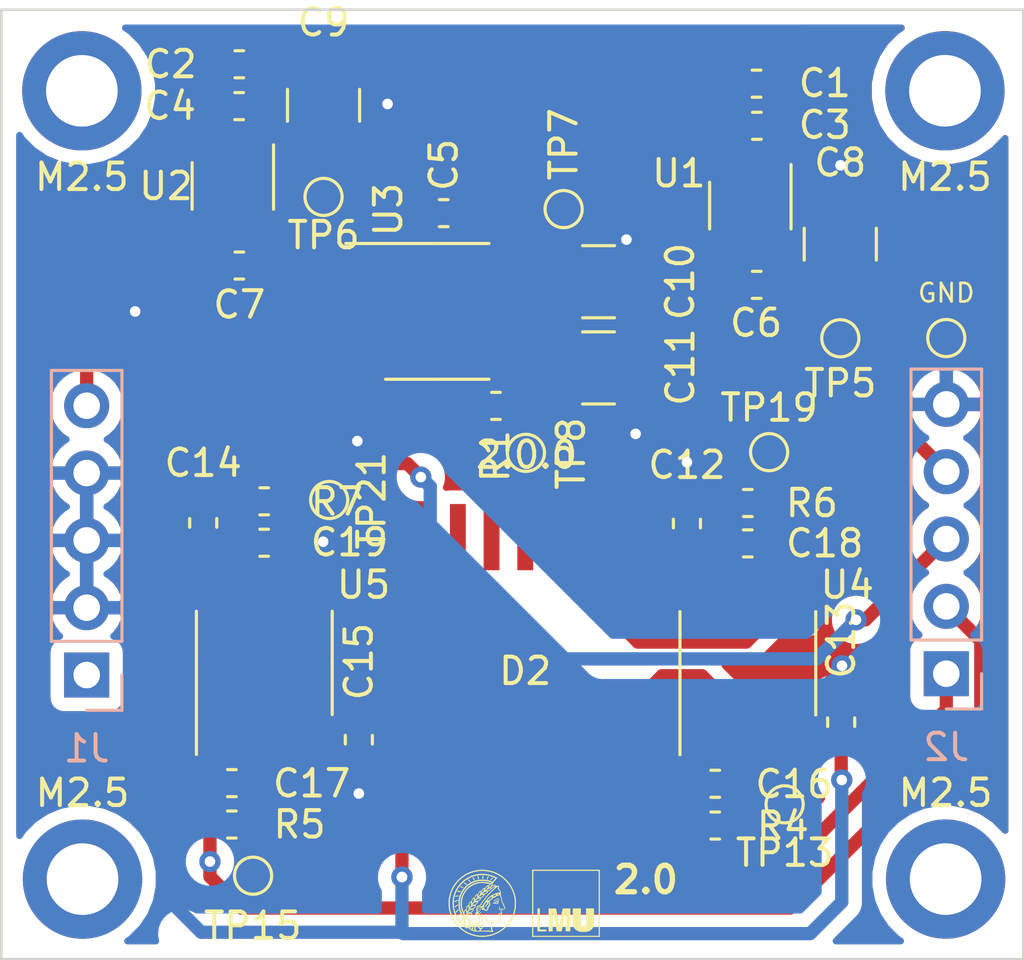
<source format=kicad_pcb>
(kicad_pcb (version 20171130) (host pcbnew 5.1.5)
  (layers (0 F.Cu signal) (1 In1.Cu power) (2 In2.Cu power) (31 B.Cu signal) (34 B.Paste user) (35 F.Paste user) (36 B.SilkS user) (37 F.SilkS user) (38 B.Mask user) (39 F.Mask user) (44 Edge.Cuts user))
  (net 0 "")
  (net 1 GND)
  (net 2 "Net-(C6-Pad1)")
  (net 3 /-X1)
  (net 4 /-Y1)
  (net 5 "Net-(C16-Pad2)")
  (net 6 /-Y2)
  (net 7 /-X2)
  (net 8 "Net-(C17-Pad2)")
  (net 9 "Net-(U3-Pad1)")
  (net 10 "Net-(U3-Pad3)")
  (net 11 "Net-(U3-Pad5)")
  (net 12 "Net-(U3-Pad7)")
  (net 13 "Net-(U3-Pad8)")
  (net 14 "Net-(C11-Pad1)")
  (net 15 "Net-(C18-Pad2)")
  (net 16 "Net-(C19-Pad2)")
  (net 17 +5V)
  (net 18 "Net-(C7-Pad2)")
  (net 19 -5V)
  (net 20 "Net-(C10-Pad1)")
  (net 21 -12V)
  (net 22 +12V)
  (module Package_SO:SOIC-8_3.9x4.9mm_P1.27mm (layer F.Cu) (at 173.2647 139.1543 90)
    (fp_text reference U4 (at 2.9595 3.7479 180) (layer F.SilkS))
    (fp_text value OPA2197xD)
    (pad 8 smd roundrect (at 2.475 -1.905 90) (size 1.95 0.6) (layers F.Cu F.Paste F.Mask) (net 17 +5V))
    (pad 7 smd roundrect (at 2.475 -0.635 90) (size 1.95 0.6) (layers F.Cu F.Paste F.Mask) (net 6 /-Y2))
    (pad 6 smd roundrect (at 2.475 0.635 90) (size 1.95 0.6) (layers F.Cu F.Paste F.Mask) (net 15 "Net-(C18-Pad2)"))
    (pad 5 smd roundrect (at 2.475 1.905 90) (size 1.95 0.6) (layers F.Cu F.Paste F.Mask) (net 1 GND))
    (pad 4 smd roundrect (at -2.475 1.905 90) (size 1.95 0.6) (layers F.Cu F.Paste F.Mask) (net 19 -5V))
    (pad 3 smd roundrect (at -2.475 0.635 90) (size 1.95 0.6) (layers F.Cu F.Paste F.Mask) (net 1 GND))
    (pad 2 smd roundrect (at -2.475 -0.635 90) (size 1.95 0.6) (layers F.Cu F.Paste F.Mask) (net 5 "Net-(C16-Pad2)"))
    (pad 1 smd roundrect (at -2.475 -1.905 90) (size 1.95 0.6) (layers F.Cu F.Paste F.Mask) (net 3 /-X1))
  )
  (module Common:mpq_lmu_logo (layer F.Cu) (at 164.8714 148.209)
    (fp_text reference G*** hide)
    (fp_text value LOGO hide)
  )
  (module TestPoint:TestPoint_Pad_D1.0mm (layer F.Cu) (at 180.7464 126.8857 270)
    (fp_text reference GND (at -1.7 0 180) (layer F.SilkS) (effects (font (size 0.7 0.7) (thickness 0.1))))
    (fp_text value GND)
    (pad 1 smd circle (at 0 0 270) (size 1 1) (layers F.Cu F.Mask) (net 1 GND))
  )
  (module MountingHole:MountingHole_2.7mm_M2.5_ISO7380_Pad (layer F.Cu) (at 180.6956 117.5574 180)
    (fp_text reference M2.5 (at 0 -3.25) (layer F.SilkS))
    (fp_text value MountingHole_2.7mm_M2.5_ISO7380_Pad)
    (pad 1 thru_hole circle (at 0 0 180) (size 4.5 4.5) (drill 2.7) (layers *.Cu *.Mask))
  )
  (module MountingHole:MountingHole_2.7mm_M2.5_ISO7380_Pad (layer F.Cu) (at 148.1542 117.5596 180)
    (fp_text reference M2.5 (at 0 -3.25) (layer F.SilkS))
    (fp_text value MountingHole_2.7mm_M2.5_ISO7380_Pad)
    (pad 1 thru_hole circle (at 0 0 180) (size 4.5 4.5) (drill 2.7) (layers *.Cu *.Mask))
  )
  (module MountingHole:MountingHole_2.7mm_M2.5_ISO7380_Pad (layer F.Cu) (at 148.1796 147.2968)
    (fp_text reference M2.5 (at 0 -3.25) (layer F.SilkS))
    (fp_text value MountingHole_2.7mm_M2.5_ISO7380_Pad)
    (pad 1 thru_hole circle (at 0 0) (size 4.5 4.5) (drill 2.7) (layers *.Cu *.Mask))
  )
  (module MountingHole:MountingHole_2.7mm_M2.5_ISO7380_Pad (layer F.Cu) (at 180.721 147.2946)
    (fp_text reference M2.5 (at 0 -3.25) (layer F.SilkS))
    (fp_text value MountingHole_2.7mm_M2.5_ISO7380_Pad)
    (pad 1 thru_hole circle (at 0 0) (size 4.5 4.5) (drill 2.7) (layers *.Cu *.Mask))
  )
  (module Capacitor_SMD:C_1210_3225Metric (layer F.Cu) (at 167.636 124.761)
    (fp_text reference C10 (at 3.0772 -0.0078 270) (layer F.SilkS))
    (fp_text value 10u)
    (pad 2 smd roundrect (at 1.4 0) (size 1.25 2.65) (layers F.Cu F.Paste F.Mask) (roundrect_rratio 0.2) (net 1 GND))
    (pad 1 smd roundrect (at -1.4 0) (size 1.25 2.65) (layers F.Cu F.Paste F.Mask) (roundrect_rratio 0.2) (net 20 "Net-(C10-Pad1)"))
  )
  (module Capacitor_SMD:C_1210_3225Metric (layer F.Cu) (at 167.633 128.0122)
    (fp_text reference C11 (at 3.0899 -0.0305 270) (layer F.SilkS))
    (fp_text value 22u)
    (pad 2 smd roundrect (at 1.4 0) (size 1.25 2.65) (layers F.Cu F.Paste F.Mask) (roundrect_rratio 0.2) (net 1 GND))
    (pad 1 smd roundrect (at -1.4 0) (size 1.25 2.65) (layers F.Cu F.Paste F.Mask) (roundrect_rratio 0.2) (net 14 "Net-(C11-Pad1)"))
  )
  (module Capacitor_SMD:C_1210_3225Metric (layer F.Cu) (at 157.2672 118.106 270)
    (fp_text reference C9 (at -3.1242 0 180) (layer F.SilkS))
    (fp_text value 22u)
    (pad 2 smd roundrect (at 1.4 0 270) (size 1.25 2.65) (layers F.Cu F.Paste F.Mask) (roundrect_rratio 0.2) (net 19 -5V))
    (pad 1 smd roundrect (at -1.4 0 270) (size 1.25 2.65) (layers F.Cu F.Paste F.Mask) (roundrect_rratio 0.2) (net 1 GND))
  )
  (module Capacitor_SMD:C_1210_3225Metric (layer F.Cu) (at 176.749 123.344 90)
    (fp_text reference C8 (at 3.0734 0 180) (layer F.SilkS))
    (fp_text value 22u)
    (pad 2 smd roundrect (at 1.4 0 90) (size 1.25 2.65) (layers F.Cu F.Paste F.Mask) (roundrect_rratio 0.2) (net 1 GND))
    (pad 1 smd roundrect (at -1.4 0 90) (size 1.25 2.65) (layers F.Cu F.Paste F.Mask) (roundrect_rratio 0.2) (net 17 +5V))
  )
  (module Common:S5990 (layer F.Cu) (at 164.8714 139.446 180)
    (fp_text reference D2 (at 0 0) (layer F.SilkS))
    (fp_text value S599x)
    (pad 10 smd rect (at -2.54 5.05) (size 0.6 2.5) (layers F.Cu F.Paste F.Mask) (net 15 "Net-(C18-Pad2)"))
    (pad 9 smd rect (at -1.27 5.05) (size 0.6 2.5) (layers F.Cu F.Paste F.Mask))
    (pad 8 smd rect (at 0 5.05) (size 0.6 2.5) (layers F.Cu F.Paste F.Mask) (net 14 "Net-(C11-Pad1)"))
    (pad 7 smd rect (at 1.27 5.05) (size 0.6 2.5) (layers F.Cu F.Paste F.Mask))
    (pad 6 smd rect (at 2.54 5.05) (size 0.6 2.5) (layers F.Cu F.Paste F.Mask) (net 16 "Net-(C19-Pad2)"))
    (pad 5 smd rect (at 2.54 -5.05) (size 0.6 2.5) (layers F.Cu F.Paste F.Mask) (net 8 "Net-(C17-Pad2)"))
    (pad 4 smd rect (at 1.27 -5.05) (size 0.6 2.5) (layers F.Cu F.Paste F.Mask))
    (pad 3 smd rect (at 0 -4.55) (size 0.6 3.5) (layers F.Cu F.Paste F.Mask))
    (pad 2 smd rect (at -1.27 -5.05) (size 0.6 2.5) (layers F.Cu F.Paste F.Mask))
    (pad 1 smd rect (at -2.54 -5.05) (size 0.6 2.5) (layers F.Cu F.Paste F.Mask) (net 5 "Net-(C16-Pad2)"))
  )
  (module Connector_PinSocket_2.54mm:PinSocket_1x05_P2.54mm_Vertical (layer B.Cu) (at 180.7464 139.5476)
    (fp_text reference J2 (at 0 2.77) (layer B.SilkS) (effects (justify mirror)))
    (fp_text value Conn_01x05_Male)
    (pad 5 thru_hole oval (at 0 -10.16) (size 1.7 1.7) (drill 1) (layers *.Cu *.Mask) (net 1 GND))
    (pad 4 thru_hole oval (at 0 -7.62) (size 1.7 1.7) (drill 1) (layers *.Cu *.Mask) (net 6 /-Y2))
    (pad 3 thru_hole oval (at 0 -5.08) (size 1.7 1.7) (drill 1) (layers *.Cu *.Mask) (net 7 /-X2))
    (pad 2 thru_hole oval (at 0 -2.54) (size 1.7 1.7) (drill 1) (layers *.Cu *.Mask) (net 4 /-Y1))
    (pad 1 thru_hole rect (at 0 0) (size 1.7 1.7) (drill 1) (layers *.Cu *.Mask) (net 3 /-X1))
  )
  (module Connector_PinSocket_2.54mm:PinSocket_1x05_P2.54mm_Vertical (layer B.Cu) (at 148.336 139.5984)
    (fp_text reference J1 (at 0 2.77) (layer B.SilkS) (effects (justify mirror)))
    (fp_text value Conn_01x05_Male)
    (pad 5 thru_hole oval (at 0 -10.16) (size 1.7 1.7) (drill 1) (layers *.Cu *.Mask) (net 21 -12V))
    (pad 4 thru_hole oval (at 0 -7.62) (size 1.7 1.7) (drill 1) (layers *.Cu *.Mask) (net 1 GND))
    (pad 3 thru_hole oval (at 0 -5.08) (size 1.7 1.7) (drill 1) (layers *.Cu *.Mask) (net 1 GND))
    (pad 2 thru_hole oval (at 0 -2.54) (size 1.7 1.7) (drill 1) (layers *.Cu *.Mask) (net 1 GND))
    (pad 1 thru_hole rect (at 0 0) (size 1.7 1.7) (drill 1) (layers *.Cu *.Mask) (net 22 +12V))
  )
  (module TestPoint:TestPoint_Pad_D1.0mm (layer F.Cu) (at 157.48 132.9944)
    (fp_text reference TP21 (at 1.6002 0.0254 270) (layer F.SilkS))
    (fp_text value I2)
    (pad 1 smd circle (at 0 0) (size 1 1) (layers F.Cu F.Mask) (net 16 "Net-(C19-Pad2)"))
  )
  (module TestPoint:TestPoint_Pad_D1.0mm (layer F.Cu) (at 174.0662 131.191 270)
    (fp_text reference TP19 (at -1.6764 0 180) (layer F.SilkS))
    (fp_text value I4)
    (pad 1 smd circle (at 0 0 270) (size 1 1) (layers F.Cu F.Mask) (net 15 "Net-(C18-Pad2)"))
  )
  (module TestPoint:TestPoint_Pad_D1.0mm (layer F.Cu) (at 154.6098 147.1676)
    (fp_text reference TP15 (at -0.0127 1.8923) (layer F.SilkS))
    (fp_text value I3)
    (pad 1 smd circle (at 0 0) (size 1 1) (layers F.Cu F.Mask) (net 8 "Net-(C17-Pad2)"))
  )
  (module TestPoint:TestPoint_Pad_D1.0mm (layer F.Cu) (at 174.6504 144.4752 180)
    (fp_text reference TP13 (at 0 -1.8288) (layer F.SilkS))
    (fp_text value I1)
    (pad 1 smd circle (at 0 0 180) (size 1 1) (layers F.Cu F.Mask) (net 5 "Net-(C16-Pad2)"))
  )
  (module TestPoint:TestPoint_Pad_D1.0mm (layer F.Cu) (at 164.8968 131.2164 270)
    (fp_text reference TP8 (at 0.0254 -1.7018 90) (layer F.SilkS))
    (fp_text value BIAS)
    (pad 1 smd circle (at 0 0 270) (size 1 1) (layers F.Cu F.Mask) (net 14 "Net-(C11-Pad1)"))
  )
  (module TestPoint:TestPoint_Pad_D1.0mm (layer F.Cu) (at 166.3192 122.0216 180)
    (fp_text reference TP7 (at 0 2.45 270) (layer F.SilkS))
    (fp_text value +10V)
    (pad 1 smd circle (at 0 0 180) (size 1 1) (layers F.Cu F.Mask) (net 20 "Net-(C10-Pad1)"))
  )
  (module TestPoint:TestPoint_Pad_D1.0mm (layer F.Cu) (at 157.2672 121.5612 180)
    (fp_text reference TP6 (at 0 -1.448) (layer F.SilkS))
    (fp_text value -5V)
    (pad 1 smd circle (at 0 0 180) (size 1 1) (layers F.Cu F.Mask) (net 19 -5V))
  )
  (module TestPoint:TestPoint_Pad_D1.0mm (layer F.Cu) (at 176.7508 126.894 270)
    (fp_text reference TP5 (at 1.7018 0 180) (layer F.SilkS))
    (fp_text value +5V)
    (pad 1 smd circle (at 0 0 270) (size 1 1) (layers F.Cu F.Mask) (net 17 +5V))
  )
  (module Capacitor_SMD:C_0603_1608Metric (layer F.Cu) (at 154.0922 124.1512 180)
    (fp_text reference C7 (at 0 -1.4732) (layer F.SilkS))
    (fp_text value 10n)
    (pad 2 smd roundrect (at 0.7875 0 180) (size 0.875 0.95) (layers F.Cu F.Paste F.Mask) (net 18 "Net-(C7-Pad2)"))
    (pad 1 smd roundrect (at -0.7875 0 180) (size 0.875 0.95) (layers F.Cu F.Paste F.Mask) (net 19 -5V))
  )
  (module Capacitor_SMD:C_0603_1608Metric (layer F.Cu) (at 173.5994 124.8794)
    (fp_text reference C6 (at -0.0254 1.4364) (layer F.SilkS))
    (fp_text value 10n)
    (pad 2 smd roundrect (at 0.7875 0) (size 0.875 0.95) (layers F.Cu F.Paste F.Mask) (net 17 +5V))
    (pad 1 smd roundrect (at -0.7875 0) (size 0.875 0.95) (layers F.Cu F.Paste F.Mask) (net 2 "Net-(C6-Pad1)"))
  )
  (module Capacitor_SMD:C_0603_1608Metric (layer F.Cu) (at 154.0843 118.1372 180)
    (fp_text reference C4 (at 2.6083 0.0058) (layer F.SilkS))
    (fp_text value 1u)
    (pad 2 smd roundrect (at 0.7875 0 180) (size 0.875 0.95) (layers F.Cu F.Paste F.Mask) (net 21 -12V))
    (pad 1 smd roundrect (at -0.7875 0 180) (size 0.875 0.95) (layers F.Cu F.Paste F.Mask) (net 1 GND))
  )
  (module Capacitor_SMD:C_0603_1608Metric (layer F.Cu) (at 173.6048 118.8794 180)
    (fp_text reference C3 (at -2.56 0.0312) (layer F.SilkS))
    (fp_text value 1u)
    (pad 2 smd roundrect (at 0.7875 0 180) (size 0.875 0.95) (layers F.Cu F.Paste F.Mask) (net 1 GND))
    (pad 1 smd roundrect (at -0.7875 0 180) (size 0.875 0.95) (layers F.Cu F.Paste F.Mask) (net 22 +12V))
  )
  (module Capacitor_SMD:C_0603_1608Metric (layer F.Cu) (at 154.0918 116.5572 180)
    (fp_text reference C2 (at 2.5904 0.0006) (layer F.SilkS))
    (fp_text value 100n)
    (pad 2 smd roundrect (at 0.7875 0 180) (size 0.875 0.95) (layers F.Cu F.Paste F.Mask) (net 21 -12V))
    (pad 1 smd roundrect (at -0.7875 0 180) (size 0.875 0.95) (layers F.Cu F.Paste F.Mask) (net 1 GND))
  )
  (module Capacitor_SMD:C_0603_1608Metric (layer F.Cu) (at 173.5923 117.2894 180)
    (fp_text reference C1 (at -2.5725 0.016) (layer F.SilkS))
    (fp_text value 100n)
    (pad 2 smd roundrect (at 0.7875 0 180) (size 0.875 0.95) (layers F.Cu F.Paste F.Mask) (net 1 GND))
    (pad 1 smd roundrect (at -0.7875 0 180) (size 0.875 0.95) (layers F.Cu F.Paste F.Mask) (net 22 +12V))
  )
  (module Package_TO_SOT_SMD:TSOT-23-5 (layer F.Cu) (at 153.8718 121.1472 270)
    (fp_text reference U2 (at 0.0068 2.5482 180) (layer F.SilkS))
    (fp_text value LT1964-5)
    (pad 5 smd rect (at 1.31 -0.95 270) (size 1.22 0.65) (layers F.Cu F.Paste F.Mask) (net 19 -5V))
    (pad 4 smd rect (at 1.31 0.95 270) (size 1.22 0.65) (layers F.Cu F.Paste F.Mask) (net 21 -12V))
    (pad 3 smd rect (at -1.31 0.95 270) (size 1.22 0.65) (layers F.Cu F.Paste F.Mask) (net 18 "Net-(C7-Pad2)"))
    (pad 2 smd rect (at -1.31 0 270) (size 1.22 0.65) (layers F.Cu F.Paste F.Mask) (net 21 -12V))
    (pad 1 smd rect (at -1.31 -0.95 270) (size 1.22 0.65) (layers F.Cu F.Paste F.Mask) (net 1 GND))
  )
  (module Package_TO_SOT_SMD:TSOT-23-5 (layer F.Cu) (at 173.383 121.8894 270)
    (fp_text reference U1 (at -1.214 2.7204 180) (layer F.SilkS))
    (fp_text value LT1761-5)
    (pad 5 smd rect (at 1.31 -0.95 270) (size 1.22 0.65) (layers F.Cu F.Paste F.Mask) (net 17 +5V))
    (pad 4 smd rect (at 1.31 0.95 270) (size 1.22 0.65) (layers F.Cu F.Paste F.Mask) (net 2 "Net-(C6-Pad1)"))
    (pad 3 smd rect (at -1.31 0.95 270) (size 1.22 0.65) (layers F.Cu F.Paste F.Mask) (net 22 +12V))
    (pad 2 smd rect (at -1.31 0 270) (size 1.22 0.65) (layers F.Cu F.Paste F.Mask) (net 1 GND))
    (pad 1 smd rect (at -1.31 -0.95 270) (size 1.22 0.65) (layers F.Cu F.Paste F.Mask) (net 22 +12V))
  )
  (module Capacitor_SMD:C_0603_1608Metric (layer F.Cu) (at 155.029 134.6073)
    (fp_text reference C19 (at 3.213 -0.0127) (layer F.SilkS))
    (fp_text value 18p)
    (pad 2 smd roundrect (at 0.7875 0) (size 0.875 0.95) (layers F.Cu F.Paste F.Mask) (net 16 "Net-(C19-Pad2)"))
    (pad 1 smd roundrect (at -0.7875 0) (size 0.875 0.95) (layers F.Cu F.Paste F.Mask) (net 7 /-X2))
  )
  (module Capacitor_SMD:C_0603_1608Metric (layer F.Cu) (at 173.2616 134.6327)
    (fp_text reference C18 (at 2.9001 0) (layer F.SilkS))
    (fp_text value 18p)
    (pad 2 smd roundrect (at 0.7875 0) (size 0.875 0.95) (layers F.Cu F.Paste F.Mask) (net 15 "Net-(C18-Pad2)"))
    (pad 1 smd roundrect (at -0.7875 0) (size 0.875 0.95) (layers F.Cu F.Paste F.Mask) (net 6 /-Y2))
  )
  (module Capacitor_SMD:C_0603_1608Metric (layer F.Cu) (at 161.798 122.174)
    (fp_text reference C5 (at 0.002 -1.8192 270) (layer F.SilkS))
    (fp_text value 1u)
    (pad 1 smd roundrect (at -0.7875 0) (size 0.875 0.95) (layers F.Cu F.Paste F.Mask) (net 22 +12V))
    (pad 2 smd roundrect (at 0.7875 0) (size 0.875 0.95) (layers F.Cu F.Paste F.Mask) (net 1 GND))
  )
  (module Capacitor_SMD:C_0603_1608Metric (layer F.Cu) (at 170.9674 133.8834 270)
    (fp_text reference C12 (at -2.2098 0 180) (layer F.SilkS))
    (fp_text value 100n)
    (pad 2 smd roundrect (at 0.7875 0 270) (size 0.875 0.95) (layers F.Cu F.Paste F.Mask) (net 17 +5V))
    (pad 1 smd roundrect (at -0.7875 0 270) (size 0.875 0.95) (layers F.Cu F.Paste F.Mask) (net 1 GND))
  )
  (module Capacitor_SMD:C_0603_1608Metric (layer F.Cu) (at 176.784 141.3764 270)
    (fp_text reference C13 (at -3.0988 0 270) (layer F.SilkS))
    (fp_text value 100n)
    (pad 1 smd roundrect (at -0.7875 0 270) (size 0.875 0.95) (layers F.Cu F.Paste F.Mask) (net 1 GND))
    (pad 2 smd roundrect (at 0.7875 0 270) (size 0.875 0.95) (layers F.Cu F.Paste F.Mask) (net 19 -5V))
  )
  (module Capacitor_SMD:C_0603_1608Metric (layer F.Cu) (at 152.7302 133.858 270)
    (fp_text reference C14 (at -2.2606 0) (layer F.SilkS))
    (fp_text value 100n)
    (pad 2 smd roundrect (at 0.7875 0 270) (size 0.875 0.95) (layers F.Cu F.Paste F.Mask) (net 17 +5V))
    (pad 1 smd roundrect (at -0.7875 0 270) (size 0.875 0.95) (layers F.Cu F.Paste F.Mask) (net 1 GND))
  )
  (module Capacitor_SMD:C_0603_1608Metric (layer F.Cu) (at 158.5976 142.0367 90)
    (fp_text reference C15 (at 2.9463 0 270) (layer F.SilkS))
    (fp_text value 100n)
    (pad 1 smd roundrect (at -0.7875 0 90) (size 0.875 0.95) (layers F.Cu F.Paste F.Mask) (net 1 GND))
    (pad 2 smd roundrect (at 0.7875 0 90) (size 0.875 0.95) (layers F.Cu F.Paste F.Mask) (net 19 -5V))
  )
  (module Capacitor_SMD:C_0603_1608Metric (layer F.Cu) (at 172.0342 143.7005)
    (fp_text reference C16 (at 2.9718 0.0127) (layer F.SilkS))
    (fp_text value 18p)
    (pad 2 smd roundrect (at 0.7875 0) (size 0.875 0.95) (layers F.Cu F.Paste F.Mask) (net 5 "Net-(C16-Pad2)"))
    (pad 1 smd roundrect (at -0.7875 0) (size 0.875 0.95) (layers F.Cu F.Paste F.Mask) (net 3 /-X1))
  )
  (module Capacitor_SMD:C_0603_1608Metric (layer F.Cu) (at 153.8097 143.675)
    (fp_text reference C17 (at 3.0099 0.0128 180) (layer F.SilkS))
    (fp_text value 18p)
    (pad 1 smd roundrect (at -0.7875 0) (size 0.875 0.95) (layers F.Cu F.Paste F.Mask) (net 4 /-Y1))
    (pad 2 smd roundrect (at 0.7875 0) (size 0.875 0.95) (layers F.Cu F.Paste F.Mask) (net 8 "Net-(C17-Pad2)"))
  )
  (module Resistor_SMD:R_0603_1608Metric (layer F.Cu) (at 163.7667 129.4442 180)
    (fp_text reference R1 (at 0.0199 -1.8954 270) (layer F.SilkS))
    (fp_text value 100)
    (pad 1 smd roundrect (at -0.7875 0 180) (size 0.875 0.95) (layers F.Cu F.Paste F.Mask) (net 14 "Net-(C11-Pad1)"))
    (pad 2 smd roundrect (at 0.7875 0 180) (size 0.875 0.95) (layers F.Cu F.Paste F.Mask) (net 20 "Net-(C10-Pad1)"))
  )
  (module Resistor_SMD:R_0603_1608Metric (layer F.Cu) (at 172.0343 145.2753)
    (fp_text reference R4 (at 2.5526 0.0127) (layer F.SilkS))
    (fp_text value 6k)
    (pad 2 smd roundrect (at 0.7875 0) (size 0.875 0.95) (layers F.Cu F.Paste F.Mask) (net 5 "Net-(C16-Pad2)"))
    (pad 1 smd roundrect (at -0.7875 0) (size 0.875 0.95) (layers F.Cu F.Paste F.Mask) (net 3 /-X1))
  )
  (module Resistor_SMD:R_0603_1608Metric (layer F.Cu) (at 153.8096 145.2372)
    (fp_text reference R5 (at 2.5528 0 180) (layer F.SilkS))
    (fp_text value 6k)
    (pad 2 smd roundrect (at 0.7875 0) (size 0.875 0.95) (layers F.Cu F.Paste F.Mask) (net 8 "Net-(C17-Pad2)"))
    (pad 1 smd roundrect (at -0.7875 0) (size 0.875 0.95) (layers F.Cu F.Paste F.Mask) (net 4 /-Y1))
  )
  (module Resistor_SMD:R_0603_1608Metric (layer F.Cu) (at 173.2616 133.1087)
    (fp_text reference R6 (at 2.4175 0.0066) (layer F.SilkS))
    (fp_text value 6k)
    (pad 2 smd roundrect (at 0.7875 0) (size 0.875 0.95) (layers F.Cu F.Paste F.Mask) (net 15 "Net-(C18-Pad2)"))
    (pad 1 smd roundrect (at -0.7875 0) (size 0.875 0.95) (layers F.Cu F.Paste F.Mask) (net 6 /-Y2))
  )
  (module Resistor_SMD:R_0603_1608Metric (layer F.Cu) (at 155.029 133.0452)
    (fp_text reference R7 (at 2.7431 0.0127) (layer F.SilkS))
    (fp_text value 6k)
    (pad 1 smd roundrect (at -0.7875 0) (size 0.875 0.95) (layers F.Cu F.Paste F.Mask) (net 7 /-X2))
    (pad 2 smd roundrect (at 0.7875 0) (size 0.875 0.95) (layers F.Cu F.Paste F.Mask) (net 16 "Net-(C19-Pad2)"))
  )
  (module Package_SO:SOIC-8_3.9x4.9mm_P1.27mm (layer F.Cu) (at 161.5542 125.8792)
    (fp_text reference U3 (at -1.8454 -3.8392 270) (layer F.SilkS))
    (fp_text value REF5010ID)
    (pad 1 smd roundrect (at -2.475 -1.905) (size 1.95 0.6) (layers F.Cu F.Paste F.Mask) (net 9 "Net-(U3-Pad1)"))
    (pad 2 smd roundrect (at -2.475 -0.635) (size 1.95 0.6) (layers F.Cu F.Paste F.Mask) (net 22 +12V))
    (pad 3 smd roundrect (at -2.475 0.635) (size 1.95 0.6) (layers F.Cu F.Paste F.Mask) (net 10 "Net-(U3-Pad3)"))
    (pad 4 smd roundrect (at -2.475 1.905) (size 1.95 0.6) (layers F.Cu F.Paste F.Mask) (net 1 GND))
    (pad 5 smd roundrect (at 2.475 1.905) (size 1.95 0.6) (layers F.Cu F.Paste F.Mask) (net 11 "Net-(U3-Pad5)"))
    (pad 6 smd roundrect (at 2.475 0.635) (size 1.95 0.6) (layers F.Cu F.Paste F.Mask) (net 20 "Net-(C10-Pad1)"))
    (pad 7 smd roundrect (at 2.475 -0.635) (size 1.95 0.6) (layers F.Cu F.Paste F.Mask) (net 12 "Net-(U3-Pad7)"))
    (pad 8 smd roundrect (at 2.475 -1.905) (size 1.95 0.6) (layers F.Cu F.Paste F.Mask) (net 13 "Net-(U3-Pad8)"))
  )
  (module Package_SO:SOIC-8_3.9x4.9mm_P1.27mm (layer F.Cu) (at 155.0338 139.1412 90)
    (fp_text reference U5 (at 2.9464 3.7416 180) (layer F.SilkS))
    (fp_text value OPA2197xD)
    (pad 1 smd roundrect (at -2.475 -1.905 90) (size 1.95 0.6) (layers F.Cu F.Paste F.Mask) (net 4 /-Y1))
    (pad 2 smd roundrect (at -2.475 -0.635 90) (size 1.95 0.6) (layers F.Cu F.Paste F.Mask) (net 8 "Net-(C17-Pad2)"))
    (pad 3 smd roundrect (at -2.475 0.635 90) (size 1.95 0.6) (layers F.Cu F.Paste F.Mask) (net 1 GND))
    (pad 4 smd roundrect (at -2.475 1.905 90) (size 1.95 0.6) (layers F.Cu F.Paste F.Mask) (net 19 -5V))
    (pad 5 smd roundrect (at 2.475 1.905 90) (size 1.95 0.6) (layers F.Cu F.Paste F.Mask) (net 1 GND))
    (pad 6 smd roundrect (at 2.475 0.635 90) (size 1.95 0.6) (layers F.Cu F.Paste F.Mask) (net 16 "Net-(C19-Pad2)"))
    (pad 7 smd roundrect (at 2.475 -0.635 90) (size 1.95 0.6) (layers F.Cu F.Paste F.Mask) (net 7 /-X2))
    (pad 8 smd roundrect (at 2.475 -1.905 90) (size 1.95 0.6) (layers F.Cu F.Paste F.Mask) (net 17 +5V))
  )
  (gr_text 2.0 (at 169.418 147.32) (layer F.SilkS) (effects (font (size 1 1) (thickness 0.2))))
  (gr_text 2.0.0 (at 164.9222 131.2926) (layer F.SilkS) (effects (font (size 1 1))))
  (gr_line (start 183.65 114.5) (end 145.1182 114.5) (layer Edge.Cuts) (width 0.1))
  (gr_line (start 183.65 150.3172) (end 183.65 114.5) (layer Edge.Cuts) (width 0.1))
  (gr_line (start 145.1182 150.3172) (end 183.65 150.3172) (layer Edge.Cuts) (width 0.1))
  (gr_line (start 145.1182 114.5) (end 145.1182 150.3172) (layer Edge.Cuts) (width 0.1))
  (segment (start 169.033 128.0122) (end 169.033 124.764) (width 0.5) (layer F.Cu) (net 1))
  (segment (start 169.036 124.761) (end 169.033 124.764) (width 0.5) (layer F.Cu) (net 1))
  (segment (start 155.0281 116.706) (end 154.8793 116.5572) (width 0.5) (layer F.Cu) (net 1))
  (segment (start 157.2672 116.706) (end 155.0281 116.706) (width 0.5) (layer F.Cu) (net 1))
  (segment (start 154.94681 118.266917) (end 154.94681 119.8372) (width 0.5) (layer F.Cu) (net 1))
  (segment (start 154.8793 118.199407) (end 154.94681 118.266917) (width 0.5) (layer F.Cu) (net 1))
  (segment (start 154.8793 116.5572) (end 154.8793 118.199407) (width 0.5) (layer F.Cu) (net 1))
  (segment (start 172.8048 118.8669) (end 172.8173 118.8794) (width 0.5) (layer F.Cu) (net 1))
  (segment (start 172.8048 117.2894) (end 172.8048 118.8669) (width 0.5) (layer F.Cu) (net 1))
  (segment (start 175.424 121.944) (end 176.749 121.944) (width 0.5) (layer F.Cu) (net 1))
  (segment (start 173.383 120.5794) (end 173.383 121.599402) (width 0.5) (layer F.Cu) (net 1))
  (segment (start 173.383 121.599402) (end 173.727598 121.944) (width 0.5) (layer F.Cu) (net 1))
  (segment (start 173.727598 121.944) (end 175.424 121.944) (width 0.5) (layer F.Cu) (net 1))
  (segment (start 173.383 119.4451) (end 172.8173 118.8794) (width 0.5) (layer F.Cu) (net 1))
  (segment (start 173.383 120.5794) (end 173.383 119.4451) (width 0.5) (layer F.Cu) (net 1))
  (segment (start 158.5321 129.4346) (end 158.5417 129.4442) (width 0.5) (layer F.Cu) (net 1))
  (segment (start 158.5417 128.3217) (end 159.0792 127.7842) (width 0.5) (layer F.Cu) (net 1))
  (segment (start 158.5417 129.4442) (end 158.5417 128.3217) (width 0.5) (layer F.Cu) (net 1))
  (segment (start 157.2388 136.3662) (end 157.2514 134.5692) (width 0.5) (layer F.Cu) (net 1))
  (segment (start 156.9388 136.6662) (end 157.2388 136.3662) (width 0.5) (layer F.Cu) (net 1))
  (segment (start 157.2514 134.5692) (end 157.2388 134.5818) (width 0.5) (layer F.Cu) (net 1))
  (via (at 157.2514 134.5692) (size 0.8) (drill 0.4) (layers F.Cu B.Cu) (net 1))
  (segment (start 175.671788 139.95429) (end 174.667612 139.95429) (width 0.5) (layer F.Cu) (net 1))
  (segment (start 173.9392 140.682702) (end 173.9392 140.843) (width 0.5) (layer F.Cu) (net 1))
  (segment (start 174.667612 139.95429) (end 173.9392 140.682702) (width 0.5) (layer F.Cu) (net 1))
  (segment (start 176.306398 140.5889) (end 175.671788 139.95429) (width 0.5) (layer F.Cu) (net 1))
  (segment (start 173.9392 140.843) (end 173.82971 140.95249) (width 0.5) (layer F.Cu) (net 1))
  (segment (start 176.784 140.5889) (end 176.306398 140.5889) (width 0.5) (layer F.Cu) (net 1))
  (segment (start 176.784 139.2174) (end 176.784 139.2174) (width 0.5) (layer F.Cu) (net 1))
  (segment (start 170.9674 133.0959) (end 170.9674 131.572) (width 0.5) (layer F.Cu) (net 1))
  (segment (start 170.9674 131.572) (end 170.9674 131.572) (width 0.5) (layer F.Cu) (net 1))
  (via (at 170.9674 131.572) (size 0.8) (drill 0.4) (layers F.Cu B.Cu) (net 1))
  (segment (start 157.2672 116.706) (end 158.6164 118.0552) (width 0.5) (layer F.Cu) (net 1))
  (segment (start 158.6164 118.0552) (end 159.6802 118.0552) (width 0.5) (layer F.Cu) (net 1))
  (segment (start 159.6802 118.0552) (end 159.6802 118.0552) (width 0.5) (layer F.Cu) (net 1))
  (via (at 159.6802 118.0552) (size 0.8) (drill 0.4) (layers F.Cu B.Cu) (net 1))
  (segment (start 156.488488 143.16621) (end 155.674616 142.352338) (width 0.5) (layer F.Cu) (net 1))
  (segment (start 157.389112 143.16621) (end 156.488488 143.16621) (width 0.5) (layer F.Cu) (net 1))
  (segment (start 157.731122 142.8242) (end 157.389112 143.16621) (width 0.5) (layer F.Cu) (net 1))
  (segment (start 155.674616 142.352338) (end 155.671201 141.616188) (width 0.5) (layer F.Cu) (net 1))
  (segment (start 158.5976 142.8242) (end 157.731122 142.8242) (width 0.5) (layer F.Cu) (net 1))
  (segment (start 158.5976 142.8242) (end 158.5976 144.0688) (width 0.5) (layer F.Cu) (net 1))
  (segment (start 158.5976 144.0688) (end 158.5976 144.0688) (width 0.5) (layer F.Cu) (net 1))
  (via (at 158.5976 144.0688) (size 0.8) (drill 0.4) (layers F.Cu B.Cu) (net 1))
  (segment (start 169.0088 128.0364) (end 169.033 128.0122) (width 0.5) (layer F.Cu) (net 1))
  (segment (start 180.7464 126.8857) (end 180.7464 129.3876) (width 0.5) (layer F.Cu) (net 1))
  (segment (start 176.749 121.944) (end 176.7586 120.3706) (width 0.5) (layer F.Cu) (net 1))
  (segment (start 176.7586 120.3706) (end 176.749 120.3802) (width 0.5) (layer F.Cu) (net 1))
  (via (at 176.7586 120.3706) (size 0.8) (drill 0.4) (layers F.Cu B.Cu) (net 1))
  (segment (start 169.033 128.0122) (end 169.033 130.5012) (width 0.5) (layer F.Cu) (net 1))
  (segment (start 169.033 130.5012) (end 169.033 130.5012) (width 0.5) (layer F.Cu) (net 1))
  (via (at 169.033 130.5012) (size 0.8) (drill 0.4) (layers F.Cu B.Cu) (net 1))
  (segment (start 169.036 124.761) (end 168.411 124.136) (width 0.5) (layer F.Cu) (net 1))
  (via (at 168.68534 123.17247) (size 0.8) (drill 0.4) (layers F.Cu B.Cu) (net 1))
  (segment (start 168.411 124.136) (end 168.411 123.44681) (width 0.5) (layer F.Cu) (net 1))
  (segment (start 168.411 123.44681) (end 168.68534 123.17247) (width 0.5) (layer F.Cu) (net 1))
  (via (at 158.5417 130.77279) (size 0.8) (drill 0.4) (layers F.Cu B.Cu) (net 1))
  (segment (start 158.5417 129.4442) (end 158.5417 130.77279) (width 0.5) (layer F.Cu) (net 1))
  (segment (start 176.784 140.5889) (end 176.784 139.276496) (width 0.5) (layer F.Cu) (net 1))
  (segment (start 176.784 139.276496) (end 176.813548 139.246948) (width 0.5) (layer F.Cu) (net 1))
  (via (at 176.813548 139.246948) (size 0.8) (drill 0.4) (layers F.Cu B.Cu) (net 1))
  (segment (start 172.8119 123.5783) (end 172.433 123.1994) (width 0.5) (layer F.Cu) (net 2))
  (segment (start 172.8119 124.8794) (end 172.8119 123.5783) (width 0.5) (layer F.Cu) (net 2))
  (segment (start 171.2468 141.7422) (end 171.3597 141.6293) (width 0.5) (layer F.Cu) (net 3))
  (segment (start 171.2468 145.2753) (end 171.2468 141.7422) (width 0.5) (layer F.Cu) (net 3))
  (segment (start 180.7464 140.8976) (end 180.7464 139.5476) (width 0.5) (layer F.Cu) (net 3))
  (segment (start 172.5295 146.558) (end 175.006 146.558) (width 0.5) (layer F.Cu) (net 3))
  (segment (start 171.2468 145.2753) (end 172.5295 146.558) (width 0.5) (layer F.Cu) (net 3))
  (segment (start 175.006 146.558) (end 180.1664 141.3976) (width 0.5) (layer F.Cu) (net 3))
  (segment (start 180.1664 141.3976) (end 180.2464 141.3976) (width 0.5) (layer F.Cu) (net 3))
  (segment (start 180.2464 141.3976) (end 180.7464 140.8976) (width 0.5) (layer F.Cu) (net 3))
  (segment (start 153.0221 143.6751) (end 153.0222 143.675) (width 0.5) (layer F.Cu) (net 4))
  (segment (start 153.0221 145.2372) (end 153.0221 143.6751) (width 0.5) (layer F.Cu) (net 4))
  (segment (start 153.0222 141.7228) (end 153.1288 141.6162) (width 0.5) (layer F.Cu) (net 4))
  (segment (start 153.0222 143.675) (end 153.0222 141.7228) (width 0.5) (layer F.Cu) (net 4))
  (segment (start 152.9842 146.6342) (end 152.9842 146.6342) (width 0.5) (layer B.Cu) (net 4))
  (via (at 152.9842 146.6342) (size 0.8) (drill 0.4) (layers F.Cu B.Cu) (net 4))
  (segment (start 152.9842 145.2751) (end 153.0221 145.2372) (width 0.5) (layer F.Cu) (net 4))
  (segment (start 152.9842 146.6342) (end 152.9842 145.2751) (width 0.5) (layer F.Cu) (net 4))
  (segment (start 181.596399 137.857599) (end 180.7464 137.0076) (width 0.5) (layer F.Cu) (net 4))
  (segment (start 152.9842 146.6342) (end 152.9842 147.199885) (width 0.5) (layer F.Cu) (net 4))
  (segment (start 152.9842 147.199885) (end 154.171115 148.3868) (width 0.5) (layer F.Cu) (net 4))
  (segment (start 174.8536 148.3868) (end 182.046401 141.193999) (width 0.5) (layer F.Cu) (net 4))
  (segment (start 154.171115 148.3868) (end 174.8536 148.3868) (width 0.5) (layer F.Cu) (net 4))
  (segment (start 182.046401 141.193999) (end 182.046401 138.307601) (width 0.5) (layer F.Cu) (net 4))
  (segment (start 182.046401 138.307601) (end 181.596399 137.857599) (width 0.5) (layer F.Cu) (net 4))
  (segment (start 172.8216 145.2755) (end 172.8218 145.2753) (width 0.5) (layer F.Cu) (net 5))
  (segment (start 170.0336 139.6238) (end 167.4114 142.246) (width 0.5) (layer F.Cu) (net 5))
  (segment (start 167.4114 142.246) (end 167.4114 144.496) (width 0.5) (layer F.Cu) (net 5))
  (segment (start 171.531298 139.6238) (end 170.0336 139.6238) (width 0.5) (layer F.Cu) (net 5))
  (segment (start 172.6297 140.722202) (end 171.531298 139.6238) (width 0.5) (layer F.Cu) (net 5))
  (segment (start 172.6297 141.6293) (end 172.6297 140.722202) (width 0.5) (layer F.Cu) (net 5))
  (segment (start 173.5964 144.4752) (end 172.8217 143.7005) (width 0.5) (layer F.Cu) (net 5))
  (segment (start 174.6504 144.4752) (end 173.5964 144.4752) (width 0.5) (layer F.Cu) (net 5))
  (segment (start 172.8217 141.8213) (end 172.6297 141.6293) (width 0.5) (layer F.Cu) (net 5))
  (segment (start 172.8218 145.2753) (end 172.8217 145.2752) (width 0.5) (layer F.Cu) (net 5))
  (segment (start 172.8217 145.2752) (end 172.8217 141.8213) (width 0.5) (layer F.Cu) (net 5))
  (segment (start 172.6297 134.7883) (end 172.4741 134.6327) (width 0.5) (layer F.Cu) (net 6))
  (segment (start 172.6297 136.6793) (end 172.6297 134.7883) (width 0.5) (layer F.Cu) (net 6))
  (segment (start 172.4741 134.6327) (end 172.4741 133.1087) (width 0.5) (layer F.Cu) (net 6))
  (segment (start 172.4741 132.6337) (end 172.4741 133.1087) (width 0.5) (layer F.Cu) (net 6))
  (segment (start 173.569139 129.990991) (end 172.4741 131.08603) (width 0.5) (layer F.Cu) (net 6))
  (segment (start 172.4741 131.08603) (end 172.4741 132.6337) (width 0.5) (layer F.Cu) (net 6))
  (segment (start 178.809791 129.990991) (end 173.569139 129.990991) (width 0.5) (layer F.Cu) (net 6))
  (segment (start 180.7464 131.9276) (end 178.809791 129.990991) (width 0.5) (layer F.Cu) (net 6))
  (segment (start 154.3988 134.7646) (end 154.2415 134.6073) (width 0.5) (layer F.Cu) (net 7))
  (segment (start 154.3988 136.6662) (end 154.3988 134.7646) (width 0.5) (layer F.Cu) (net 7))
  (segment (start 154.2415 134.6073) (end 154.2415 133.0452) (width 0.5) (layer F.Cu) (net 7))
  (segment (start 154.2415 132.5702) (end 155.1889 131.6228) (width 0.5) (layer F.Cu) (net 7))
  (segment (start 161.29 132.4864) (end 161.29 136.144) (width 0.5) (layer B.Cu) (net 7))
  (segment (start 175.8696 138.9888) (end 177.3428 137.5156) (width 0.5) (layer B.Cu) (net 7))
  (segment (start 160.9344 132.1308) (end 161.29 132.4864) (width 0.5) (layer B.Cu) (net 7))
  (segment (start 161.29 136.144) (end 164.1348 138.9888) (width 0.5) (layer B.Cu) (net 7))
  (segment (start 164.1348 138.9888) (end 175.8696 138.9888) (width 0.5) (layer B.Cu) (net 7))
  (segment (start 177.3428 137.5156) (end 177.6984 137.5156) (width 0.5) (layer F.Cu) (net 7))
  (segment (start 177.6984 137.5156) (end 180.7464 134.4676) (width 0.5) (layer F.Cu) (net 7))
  (via (at 177.3428 137.5156) (size 0.8) (drill 0.4) (layers F.Cu B.Cu) (net 7))
  (segment (start 155.1889 131.6228) (end 160.4264 131.6228) (width 0.5) (layer F.Cu) (net 7))
  (segment (start 160.4264 131.6228) (end 160.9344 132.1308) (width 0.5) (layer F.Cu) (net 7))
  (via (at 160.9344 132.1308) (size 0.8) (drill 0.4) (layers F.Cu B.Cu) (net 7))
  (segment (start 154.2415 133.0452) (end 154.2415 132.5702) (width 0.5) (layer F.Cu) (net 7))
  (segment (start 154.5971 141.8145) (end 154.3988 141.6162) (width 0.5) (layer F.Cu) (net 8))
  (segment (start 154.6098 143.6876) (end 154.5972 143.675) (width 0.5) (layer F.Cu) (net 8))
  (segment (start 154.6098 147.1676) (end 154.6098 143.6876) (width 0.5) (layer F.Cu) (net 8))
  (segment (start 154.6098 144.5514) (end 154.5971 141.8145) (width 0.5) (layer F.Cu) (net 8))
  (segment (start 154.5971 145.2372) (end 154.6098 144.5514) (width 0.5) (layer F.Cu) (net 8))
  (segment (start 162.3314 142.246) (end 162.3314 144.496) (width 0.5) (layer F.Cu) (net 8))
  (segment (start 162.3314 141.7828) (end 162.3314 142.246) (width 0.5) (layer F.Cu) (net 8))
  (segment (start 155.09881 139.94119) (end 160.48979 139.94119) (width 0.5) (layer F.Cu) (net 8))
  (segment (start 160.48979 139.94119) (end 162.3314 141.7828) (width 0.5) (layer F.Cu) (net 8))
  (segment (start 154.3988 140.6412) (end 155.09881 139.94119) (width 0.5) (layer F.Cu) (net 8))
  (segment (start 154.3988 141.6162) (end 154.3988 140.6412) (width 0.5) (layer F.Cu) (net 8))
  (segment (start 164.801 129.4442) (end 166.233 128.0122) (width 0.5) (layer F.Cu) (net 14))
  (segment (start 164.5542 129.4442) (end 164.801 129.4442) (width 0.5) (layer F.Cu) (net 14))
  (segment (start 164.8714 129.7614) (end 164.5542 129.4442) (width 0.5) (layer F.Cu) (net 14))
  (segment (start 164.8714 134.396) (end 164.8714 129.7614) (width 0.5) (layer F.Cu) (net 14))
  (segment (start 174.0491 133.1087) (end 174.0491 134.6327) (width 0.5) (layer F.Cu) (net 15))
  (segment (start 173.8997 134.7821) (end 174.0491 134.6327) (width 0.5) (layer F.Cu) (net 15))
  (segment (start 173.8997 136.6793) (end 173.8997 134.7821) (width 0.5) (layer F.Cu) (net 15))
  (segment (start 174.0491 131.2081) (end 174.0662 131.191) (width 0.5) (layer F.Cu) (net 15))
  (segment (start 174.0491 133.1087) (end 174.0491 131.2081) (width 0.5) (layer F.Cu) (net 15))
  (segment (start 173.96969 136.74929) (end 173.8997 136.6793) (width 0.5) (layer F.Cu) (net 15))
  (segment (start 173.96969 137.58431) (end 173.96969 136.74929) (width 0.5) (layer F.Cu) (net 15))
  (segment (start 173.19969 138.35431) (end 173.96969 137.58431) (width 0.5) (layer F.Cu) (net 15))
  (segment (start 167.4114 134.396) (end 167.4114 136.646) (width 0.5) (layer F.Cu) (net 15))
  (segment (start 167.4114 136.646) (end 169.11971 138.35431) (width 0.5) (layer F.Cu) (net 15))
  (segment (start 169.11971 138.35431) (end 173.19969 138.35431) (width 0.5) (layer F.Cu) (net 15))
  (segment (start 155.8165 133.0452) (end 155.8165 134.6073) (width 0.5) (layer F.Cu) (net 16))
  (segment (start 155.6688 134.755) (end 155.8165 134.6073) (width 0.5) (layer F.Cu) (net 16))
  (segment (start 155.6688 136.6662) (end 155.6688 134.755) (width 0.5) (layer F.Cu) (net 16))
  (segment (start 155.6688 137.6412) (end 155.6688 136.6662) (width 0.5) (layer F.Cu) (net 16))
  (segment (start 155.6688 138.113278) (end 155.6688 137.6412) (width 0.5) (layer F.Cu) (net 16))
  (segment (start 155.896732 138.34121) (end 155.6688 138.113278) (width 0.5) (layer F.Cu) (net 16))
  (segment (start 162.3314 136.646) (end 160.63619 138.34121) (width 0.5) (layer F.Cu) (net 16))
  (segment (start 160.63619 138.34121) (end 155.896732 138.34121) (width 0.5) (layer F.Cu) (net 16))
  (segment (start 162.3314 134.396) (end 162.3314 136.646) (width 0.5) (layer F.Cu) (net 16))
  (segment (start 170.9674 136.287) (end 170.9674 134.6709) (width 0.5) (layer F.Cu) (net 17))
  (segment (start 171.3597 136.6793) (end 170.9674 136.287) (width 0.5) (layer F.Cu) (net 17))
  (segment (start 152.7302 136.2676) (end 152.7302 134.6455) (width 0.5) (layer F.Cu) (net 17))
  (segment (start 153.1288 136.6662) (end 152.7302 136.2676) (width 0.5) (layer F.Cu) (net 17))
  (segment (start 174.5223 124.744) (end 174.3869 124.8794) (width 0.5) (layer F.Cu) (net 17))
  (segment (start 176.749 124.744) (end 174.5223 124.744) (width 0.5) (layer F.Cu) (net 17))
  (segment (start 174.333 124.8255) (end 174.3869 124.8794) (width 0.5) (layer F.Cu) (net 17))
  (segment (start 174.333 123.1994) (end 174.333 124.8255) (width 0.5) (layer F.Cu) (net 17))
  (segment (start 176.749 126.8922) (end 176.7508 126.894) (width 0.5) (layer F.Cu) (net 17))
  (segment (start 176.749 124.744) (end 176.749 126.8922) (width 0.5) (layer F.Cu) (net 17))
  (segment (start 174.3869 126.7047) (end 174.3869 124.8794) (width 0.5) (layer F.Cu) (net 17))
  (segment (start 170.0276 131.064) (end 174.3869 126.7047) (width 0.5) (layer F.Cu) (net 17))
  (segment (start 170.0276 134.2061) (end 170.0276 131.064) (width 0.5) (layer F.Cu) (net 17))
  (segment (start 170.9674 134.6709) (end 170.4924 134.6709) (width 0.5) (layer F.Cu) (net 17))
  (segment (start 170.4924 134.6709) (end 170.0276 134.2061) (width 0.5) (layer F.Cu) (net 17))
  (segment (start 151.80519 134.19549) (end 151.80519 132.01441) (width 0.5) (layer F.Cu) (net 17))
  (segment (start 152.7302 134.6455) (end 152.2552 134.6455) (width 0.5) (layer F.Cu) (net 17))
  (segment (start 152.2552 134.6455) (end 151.80519 134.19549) (width 0.5) (layer F.Cu) (net 17))
  (segment (start 153.3047 124.1512) (end 153.3302 124.1512) (width 0.5) (layer F.Cu) (net 18))
  (segment (start 152.79679 119.96221) (end 152.79679 119.8372) (width 0.5) (layer F.Cu) (net 18))
  (segment (start 153.3047 124.1512) (end 152.420798 124.1512) (width 0.5) (layer F.Cu) (net 18))
  (segment (start 152.420798 124.1512) (end 151.846792 123.577194) (width 0.5) (layer F.Cu) (net 18))
  (segment (start 151.846792 120.912208) (end 152.79679 119.96221) (width 0.5) (layer F.Cu) (net 18))
  (segment (start 151.846792 123.577194) (end 151.846792 120.912208) (width 0.5) (layer F.Cu) (net 18))
  (segment (start 175.7043 142.1639) (end 176.784 142.1639) (width 0.5) (layer F.Cu) (net 19))
  (segment (start 175.1697 141.6293) (end 175.7043 142.1639) (width 0.5) (layer F.Cu) (net 19))
  (segment (start 154.8218 122.4572) (end 154.8218 124.0933) (width 0.5) (layer F.Cu) (net 19))
  (segment (start 157.3058 141.2492) (end 156.9388 141.6162) (width 0.5) (layer F.Cu) (net 19))
  (segment (start 158.5976 141.2492) (end 157.3058 141.2492) (width 0.5) (layer F.Cu) (net 19))
  (segment (start 159.171916 141.62419) (end 160.2232 142.675474) (width 0.5) (layer F.Cu) (net 19))
  (segment (start 158.79459 141.62419) (end 159.171916 141.62419) (width 0.5) (layer F.Cu) (net 19))
  (segment (start 158.5976 141.4272) (end 158.79459 141.62419) (width 0.5) (layer F.Cu) (net 19))
  (segment (start 158.5976 141.2492) (end 158.5976 141.4272) (width 0.5) (layer F.Cu) (net 19))
  (segment (start 160.2232 142.675474) (end 160.2232 147.2184) (width 0.5) (layer F.Cu) (net 19))
  (segment (start 160.2232 147.2184) (end 160.2232 147.2184) (width 0.5) (layer F.Cu) (net 19))
  (via (at 160.2232 147.2184) (size 0.8) (drill 0.4) (layers F.Cu B.Cu) (net 19))
  (segment (start 176.8094 143.5608) (end 176.8094 143.5608) (width 0.5) (layer B.Cu) (net 19))
  (segment (start 157.2672 119.506) (end 157.2672 121.5612) (width 0.5) (layer F.Cu) (net 19))
  (segment (start 155.7178 121.5612) (end 154.8218 122.4572) (width 0.5) (layer F.Cu) (net 19))
  (segment (start 157.2672 121.5612) (end 155.7178 121.5612) (width 0.5) (layer F.Cu) (net 19))
  (segment (start 176.784 142.1639) (end 176.784 143.5354) (width 0.5) (layer F.Cu) (net 19))
  (segment (start 160.274 149.352) (end 175.6156 149.352) (width 0.5) (layer B.Cu) (net 19))
  (segment (start 175.6156 149.352) (end 176.805252 148.162348) (width 0.5) (layer B.Cu) (net 19))
  (segment (start 176.805252 148.162348) (end 176.805252 143.556652) (width 0.5) (layer B.Cu) (net 19))
  (via (at 176.805252 143.556652) (size 0.8) (drill 0.4) (layers F.Cu B.Cu) (net 19))
  (segment (start 176.784 143.5354) (end 176.805252 143.556652) (width 0.5) (layer F.Cu) (net 19))
  (via (at 160.2232 147.2184) (size 0.8) (drill 0.4) (layers F.Cu B.Cu) (net 19))
  (segment (start 160.274 149.352) (end 160.2232 149.3012) (width 0.5) (layer B.Cu) (net 19))
  (segment (start 160.2232 149.3012) (end 160.2232 147.2184) (width 0.5) (layer B.Cu) (net 19))
  (segment (start 153.6235 125.8824) (end 150.1648 125.8824) (width 0.5) (layer F.Cu) (net 19))
  (via (at 150.1648 125.8824) (size 0.8) (drill 0.4) (layers F.Cu B.Cu) (net 19))
  (segment (start 154.8797 124.1512) (end 154.8797 124.6262) (width 0.5) (layer F.Cu) (net 19))
  (segment (start 154.8797 124.6262) (end 153.6235 125.8824) (width 0.5) (layer F.Cu) (net 19))
  (segment (start 150.1648 125.8824) (end 147.574 125.8824) (width 0.5) (layer B.Cu) (net 19))
  (segment (start 147.574 125.8824) (end 146.304 127.1524) (width 0.5) (layer B.Cu) (net 19))
  (segment (start 146.304 127.1524) (end 146.304 140.5128) (width 0.5) (layer B.Cu) (net 19))
  (segment (start 146.304 140.5128) (end 151.4856 145.6944) (width 0.5) (layer B.Cu) (net 19))
  (segment (start 151.4856 145.6944) (end 151.4856 148.1328) (width 0.5) (layer B.Cu) (net 19))
  (segment (start 152.654 149.3012) (end 160.2232 149.3012) (width 0.5) (layer B.Cu) (net 19))
  (segment (start 151.4856 148.1328) (end 152.654 149.3012) (width 0.5) (layer B.Cu) (net 19))
  (segment (start 166.236 125.214498) (end 164.936298 126.5142) (width 0.5) (layer F.Cu) (net 20))
  (segment (start 164.936298 126.5142) (end 164.8904 126.5142) (width 0.5) (layer F.Cu) (net 20))
  (segment (start 166.236 124.761) (end 166.236 125.214498) (width 0.5) (layer F.Cu) (net 20))
  (segment (start 162.35419 127.21421) (end 163.0542 126.5142) (width 0.5) (layer F.Cu) (net 20))
  (segment (start 162.35419 128.34419) (end 162.35419 127.21421) (width 0.5) (layer F.Cu) (net 20))
  (segment (start 162.9792 128.9692) (end 162.35419 128.34419) (width 0.5) (layer F.Cu) (net 20))
  (segment (start 162.9792 129.4442) (end 162.9792 128.9692) (width 0.5) (layer F.Cu) (net 20))
  (segment (start 163.0542 126.5142) (end 164.8904 126.5142) (width 0.5) (layer F.Cu) (net 20))
  (segment (start 164.8904 126.5142) (end 164.0292 126.5142) (width 0.5) (layer F.Cu) (net 20))
  (segment (start 153.3043 118.1297) (end 153.2968 118.1372) (width 0.5) (layer F.Cu) (net 21))
  (segment (start 153.3043 116.5572) (end 153.3043 118.1297) (width 0.5) (layer F.Cu) (net 21))
  (segment (start 153.8718 118.7122) (end 153.2968 118.1372) (width 0.5) (layer F.Cu) (net 21))
  (segment (start 153.8718 119.8372) (end 153.8718 118.7122) (width 0.5) (layer F.Cu) (net 21))
  (segment (start 153.8718 121.5072) (end 153.8718 119.8372) (width 0.5) (layer F.Cu) (net 21))
  (segment (start 152.9218 122.4572) (end 153.8718 121.5072) (width 0.5) (layer F.Cu) (net 21))
  (segment (start 152.8593 118.1372) (end 153.2968 118.1372) (width 0.5) (layer F.Cu) (net 21))
  (segment (start 148.336 122.6605) (end 152.8593 118.1372) (width 0.5) (layer F.Cu) (net 21))
  (segment (start 148.336 129.4384) (end 148.336 122.6605) (width 0.5) (layer F.Cu) (net 21))
  (segment (start 174.3798 118.8669) (end 174.3923 118.8794) (width 0.5) (layer F.Cu) (net 22))
  (segment (start 174.3798 117.2894) (end 174.3798 118.8669) (width 0.5) (layer F.Cu) (net 22))
  (segment (start 174.45801 118.999817) (end 174.45801 120.5794) (width 0.5) (layer F.Cu) (net 22))
  (segment (start 174.3923 118.8794) (end 174.3923 118.934107) (width 0.5) (layer F.Cu) (net 22))
  (segment (start 174.3923 118.934107) (end 174.45801 118.999817) (width 0.5) (layer F.Cu) (net 22))
  (segment (start 172.30799 120.45439) (end 172.30799 120.5794) (width 0.5) (layer F.Cu) (net 22))
  (segment (start 171.60479 119.75119) (end 172.30799 120.45439) (width 0.5) (layer F.Cu) (net 22))
  (segment (start 171.60479 116.715084) (end 171.60479 119.75119) (width 0.5) (layer F.Cu) (net 22))
  (segment (start 172.230484 116.08939) (end 171.60479 116.715084) (width 0.5) (layer F.Cu) (net 22))
  (segment (start 174.3798 117.2894) (end 174.3798 116.8144) (width 0.5) (layer F.Cu) (net 22))
  (segment (start 173.65479 116.08939) (end 172.75941 116.08939) (width 0.5) (layer F.Cu) (net 22))
  (segment (start 174.3798 116.8144) (end 173.65479 116.08939) (width 0.5) (layer F.Cu) (net 22))
  (segment (start 171.91739 115.63099) (end 172.3136 116.0272) (width 0.5) (layer F.Cu) (net 22))
  (segment (start 172.75941 116.08939) (end 172.3136 116.0272) (width 0.5) (layer F.Cu) (net 22))
  (segment (start 172.3136 116.0272) (end 172.230484 116.08939) (width 0.5) (layer F.Cu) (net 22))
  (segment (start 161.0105 122.649) (end 161.0105 122.174) (width 0.5) (layer F.Cu) (net 22))
  (segment (start 161.0105 124.2879) (end 161.0105 122.649) (width 0.5) (layer F.Cu) (net 22))
  (segment (start 160.0542 125.2442) (end 161.0105 124.2879) (width 0.5) (layer F.Cu) (net 22))
  (segment (start 159.0792 125.2442) (end 160.0542 125.2442) (width 0.5) (layer F.Cu) (net 22))
  (segment (start 161.0105 115.6463) (end 161.036 115.6208) (width 0.5) (layer F.Cu) (net 22))
  (segment (start 161.0105 122.174) (end 161.0105 115.6463) (width 0.5) (layer F.Cu) (net 22))
  (segment (start 161.036 115.6208) (end 171.91739 115.63099) (width 0.5) (layer F.Cu) (net 22))
  (zone (net 1) (net_name GND) (layer F.Cu) (connect_pads (clearance 0.508)) (min_thickness 0.254) (fill yes (arc_segments 32) (thermal_gap 0.508) (thermal_bridge_width 0.508))
    (polygon (pts (xy 183.629566 150.3172) (xy 145.1356 150.3172) (xy 145.122369 114.5032) (xy 183.642 114.5032)))
  )
  (zone (net 1) (net_name GND) (layer B.Cu) (connect_pads (clearance 0.508)) (min_thickness 0.254) (fill yes (arc_segments 32) (thermal_gap 0.508) (thermal_bridge_width 0.508))
    (polygon (pts (xy 183.629566 150.3172) (xy 145.1356 150.3172) (xy 145.122369 114.5032) (xy 183.642 114.5032)))
  )
  (zone (net 22) (net_name +12V) (layer F.Cu) (priority 10) (connect_pads (clearance 0.508)) (min_thickness 0.254) (fill yes (arc_segments 32) (thermal_gap 0.508) (thermal_bridge_width 0.508))
    (polygon (pts (xy 171.323 115.697) (xy 175.0822 115.697) (xy 175.0822 121.4374) (xy 171.323 121.4374)))
  )
  (zone (net 2) (net_name "Net-(C6-Pad1)") (layer F.Cu) (priority 30) (connect_pads (clearance 0.508)) (min_thickness 0.254) (fill yes (arc_segments 32) (thermal_gap 0.508) (thermal_bridge_width 0.508))
    (polygon (pts (xy 171.6532 122.3518) (xy 173.5836 122.3518) (xy 173.5836 125.9078) (xy 171.6532 125.9078)))
  )
  (zone (net 17) (net_name +5V) (layer F.Cu) (priority 20) (connect_pads (clearance 0.508)) (min_thickness 0.254) (fill yes (arc_segments 32) (thermal_gap 0.508) (thermal_bridge_width 0.508))
    (polygon (pts (xy 173.609 122.3518) (xy 179.2224 122.3518) (xy 179.2224 127.9144) (xy 173.609 127.9144)))
  )
  (zone (net 19) (net_name -5V) (layer F.Cu) (priority 20) (connect_pads (clearance 0.508)) (min_thickness 0.254) (fill yes (arc_segments 32) (thermal_gap 0.508) (thermal_bridge_width 0.508))
    (polygon (pts (xy 154.3558 117.221) (xy 159.1564 117.221) (xy 159.1564 125.1966) (xy 154.3558 125.1966)))
  )
  (zone (net 18) (net_name "Net-(C7-Pad2)") (layer F.Cu) (priority 30) (connect_pads (clearance 0.508)) (min_thickness 0.254) (fill yes (arc_segments 32) (thermal_gap 0.508) (thermal_bridge_width 0.508))
    (polygon (pts (xy 151.5872 118.999) (xy 154.0764 118.999) (xy 154.0764 125.1966) (xy 151.5872 125.1966)))
  )
)
</source>
